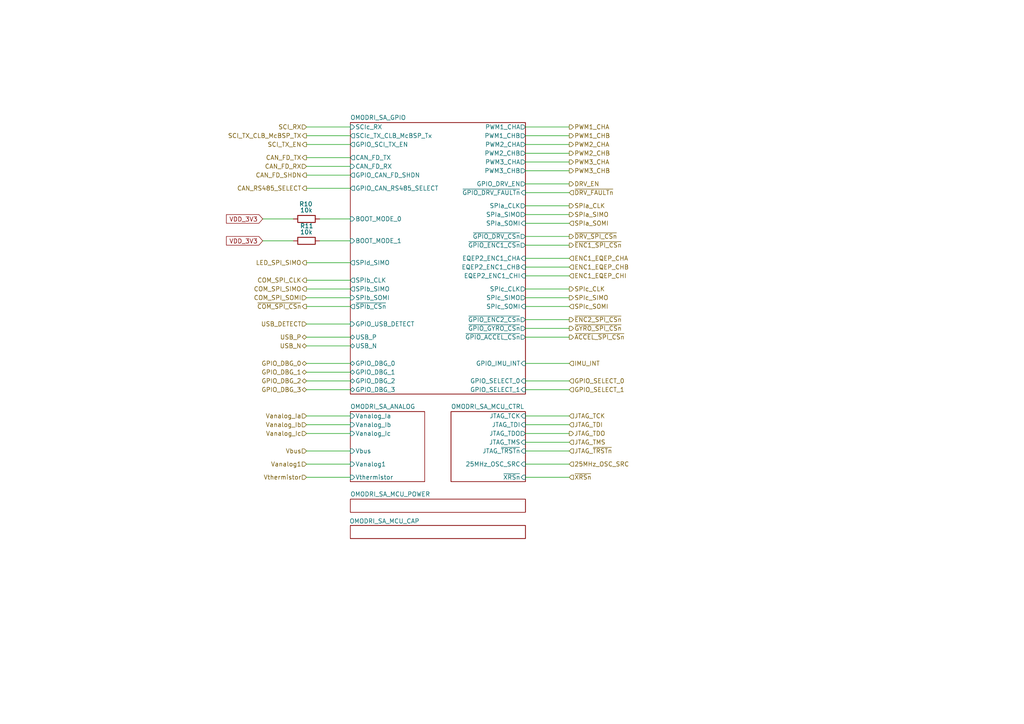
<source format=kicad_sch>
(kicad_sch (version 20231120) (generator "eeschema") (generator_version "8.0")
  (paper "A4")
  (title_block (title "Open MOtor DRiver Initiative  - Single Axis (OMODRI_SA)") (date "2025-03-07") (rev "1.0") (company "LAAS/CNRS"))
  (lib_symbols
    (symbol "Device:R" (pin_numbers hide) (pin_names (offset 0))
      (property "Reference" "R" (at 2.032 0 90))
      (property "Value" "R" (at 0 0 90))
      (symbol "R_0_1"
        (rectangle (start -1.016 -2.54) (end 1.016 2.54) (stroke (width 0.254)))
      )
      (symbol "R_1_1"
        (pin passive line (at 0 3.81 270) (length 1.27) (name "~") (number "1"))
        (pin passive line (at 0 -3.81 90) (length 1.27) (name "~") (number "2"))
      )
    )
  )
  (wire (pts (xy 152.4 110.49) (xy 165.1 110.49)))
  (wire (pts (xy 152.4 97.79) (xy 165.1 97.79)))
  (wire (pts (xy 88.9 45.72) (xy 101.6 45.72)))
  (wire (pts (xy 88.9 93.98) (xy 101.6 93.98)))
  (wire (pts (xy 152.4 71.12) (xy 165.1 71.12)))
  (wire (pts (xy 165.1 138.43) (xy 152.4 138.43)))
  (wire (pts (xy 152.4 53.34) (xy 165.1 53.34)))
  (wire (pts (xy 152.4 105.41) (xy 165.1 105.41)))
  (wire (pts (xy 88.9 36.83) (xy 101.6 36.83)))
  (wire (pts (xy 88.9 48.26) (xy 101.6 48.26)))
  (wire (pts (xy 152.4 62.23) (xy 165.1 62.23)))
  (wire (pts (xy 152.4 64.77) (xy 165.1 64.77)))
  (wire (pts (xy 165.1 128.27) (xy 152.4 128.27)))
  (wire (pts (xy 152.4 74.93) (xy 165.1 74.93)))
  (wire (pts (xy 152.4 77.47) (xy 165.1 77.47)))
  (wire (pts (xy 165.1 125.73) (xy 152.4 125.73)))
  (wire (pts (xy 101.6 125.73) (xy 88.9 125.73)))
  (wire (pts (xy 88.9 54.61) (xy 101.6 54.61)))
  (wire (pts (xy 88.9 88.9) (xy 101.6 88.9)))
  (wire (pts (xy 88.9 39.37) (xy 101.6 39.37)))
  (wire (pts (xy 92.71 63.5) (xy 101.6 63.5)))
  (wire (pts (xy 165.1 123.19) (xy 152.4 123.19)))
  (wire (pts (xy 88.9 97.79) (xy 101.6 97.79)))
  (wire (pts (xy 152.4 55.88) (xy 165.1 55.88)))
  (wire (pts (xy 101.6 120.65) (xy 88.9 120.65)))
  (wire (pts (xy 92.71 69.85) (xy 101.6 69.85)))
  (wire (pts (xy 88.9 110.49) (xy 101.6 110.49)))
  (wire (pts (xy 88.9 134.62) (xy 101.6 134.62)))
  (wire (pts (xy 165.1 120.65) (xy 152.4 120.65)))
  (wire (pts (xy 76.2 63.5) (xy 85.09 63.5)))
  (wire (pts (xy 152.4 86.36) (xy 165.1 86.36)))
  (wire (pts (xy 152.4 41.91) (xy 165.1 41.91)))
  (wire (pts (xy 88.9 138.43) (xy 101.6 138.43)))
  (wire (pts (xy 165.1 134.62) (xy 152.4 134.62)))
  (wire (pts (xy 88.9 105.41) (xy 101.6 105.41)))
  (wire (pts (xy 76.2 69.85) (xy 85.09 69.85)))
  (wire (pts (xy 152.4 49.53) (xy 165.1 49.53)))
  (wire (pts (xy 88.9 83.82) (xy 101.6 83.82)))
  (wire (pts (xy 152.4 113.03) (xy 165.1 113.03)))
  (wire (pts (xy 152.4 44.45) (xy 165.1 44.45)))
  (wire (pts (xy 152.4 68.58) (xy 165.1 68.58)))
  (wire (pts (xy 88.9 81.28) (xy 101.6 81.28)))
  (wire (pts (xy 152.4 83.82) (xy 165.1 83.82)))
  (wire (pts (xy 88.9 76.2) (xy 101.6 76.2)))
  (wire (pts (xy 88.9 50.8) (xy 101.6 50.8)))
  (wire (pts (xy 165.1 130.81) (xy 152.4 130.81)))
  (wire (pts (xy 152.4 95.25) (xy 165.1 95.25)))
  (wire (pts (xy 152.4 39.37) (xy 165.1 39.37)))
  (wire (pts (xy 88.9 41.91) (xy 101.6 41.91)))
  (wire (pts (xy 152.4 88.9) (xy 165.1 88.9)))
  (wire (pts (xy 88.9 100.33) (xy 101.6 100.33)))
  (wire (pts (xy 88.9 113.03) (xy 101.6 113.03)))
  (wire (pts (xy 88.9 123.19) (xy 101.6 123.19)))
  (wire (pts (xy 88.9 86.36) (xy 101.6 86.36)))
  (wire (pts (xy 152.4 46.99) (xy 165.1 46.99)))
  (wire (pts (xy 88.9 107.95) (xy 101.6 107.95)))
  (wire (pts (xy 152.4 59.69) (xy 165.1 59.69)))
  (wire (pts (xy 152.4 36.83) (xy 165.1 36.83)))
  (wire (pts (xy 152.4 80.01) (xy 165.1 80.01)))
  (wire (pts (xy 152.4 92.71) (xy 165.1 92.71)))
  (wire (pts (xy 101.6 130.81) (xy 88.9 130.81)))
  (global_label "VDD_3V3" (shape input) (at 76.2 69.85 180) (property "Intersheetrefs" "${INTERSHEET_REFS}" (effects (hide yes))) (property "Références Inter-Feuilles" "${INTERSHEET_REFS}" (effects (hide yes))))
  (global_label "VDD_3V3" (shape input) (at 76.2 63.5 180) (property "Intersheetrefs" "${INTERSHEET_REFS}" (effects (hide yes))) (property "Références Inter-Feuilles" "${INTERSHEET_REFS}" (effects (hide yes))))
  (hierarchical_label "SPIa_CLK" (shape output) (at 165.1 59.69 0))
  (hierarchical_label "25MHz_OSC_SRC" (shape input) (at 165.1 134.62 0))
  (hierarchical_label "COM_SPI_CLK" (shape output) (at 88.9 81.28 180))
  (hierarchical_label "GPIO_SELECT_1" (shape input) (at 165.1 113.03 0))
  (hierarchical_label "~{COM_SPI_CSn}" (shape output) (at 88.9 88.9 180))
  (hierarchical_label "SPIc_SOMI" (shape input) (at 165.1 88.9 0))
  (hierarchical_label "JTAG_TCK" (shape input) (at 165.1 120.65 0))
  (hierarchical_label "GPIO_DBG_3" (shape bidirectional) (at 88.9 113.03 180))
  (hierarchical_label "PWM1_CHA" (shape output) (at 165.1 36.83 0))
  (hierarchical_label "JTAG_TDO" (shape output) (at 165.1 125.73 0))
  (hierarchical_label "Vanalog_Ia" (shape input) (at 88.9 120.65 180))
  (hierarchical_label "~{XRSn}" (shape input) (at 165.1 138.43 0))
  (hierarchical_label "ENC1_EQEP_CHA" (shape input) (at 165.1 74.93 0))
  (hierarchical_label "Vanalog_Ib" (shape input) (at 88.9 123.19 180))
  (hierarchical_label "SCI_RX" (shape input) (at 88.9 36.83 180))
  (hierarchical_label "PWM3_CHA" (shape output) (at 165.1 46.99 0))
  (hierarchical_label "CAN_FD_RX" (shape input) (at 88.9 48.26 180))
  (hierarchical_label "SPIa_SOMI" (shape input) (at 165.1 64.77 0))
  (hierarchical_label "SPIa_SIMO" (shape output) (at 165.1 62.23 0))
  (hierarchical_label "Vanalog1" (shape input) (at 88.9 134.62 180))
  (hierarchical_label "PWM3_CHB" (shape output) (at 165.1 49.53 0))
  (hierarchical_label "GPIO_DBG_1" (shape bidirectional) (at 88.9 107.95 180))
  (hierarchical_label "Vanalog_Ic" (shape input) (at 88.9 125.73 180))
  (hierarchical_label "USB_DETECT" (shape input) (at 88.9 93.98 180))
  (hierarchical_label "Vthermistor" (shape input) (at 88.9 138.43 180))
  (hierarchical_label "~{ENC2_SPI_CSn}" (shape output) (at 165.1 92.71 0))
  (hierarchical_label "JTAG_TMS" (shape input) (at 165.1 128.27 0))
  (hierarchical_label "~{GYRO_SPI_CSn}" (shape output) (at 165.1 95.25 0))
  (hierarchical_label "~{DRV_FAULTn}" (shape input) (at 165.1 55.88 0))
  (hierarchical_label "ENC1_EQEP_CHI" (shape input) (at 165.1 80.01 0))
  (hierarchical_label "IMU_INT" (shape input) (at 165.1 105.41 0))
  (hierarchical_label "GPIO_DBG_2" (shape bidirectional) (at 88.9 110.49 180))
  (hierarchical_label "USB_P" (shape bidirectional) (at 88.9 97.79 180))
  (hierarchical_label "SPIc_CLK" (shape output) (at 165.1 83.82 0))
  (hierarchical_label "SCI_TX_CLB_McBSP_TX" (shape output) (at 88.9 39.37 180))
  (hierarchical_label "LED_SPI_SIMO" (shape output) (at 88.9 76.2 180))
  (hierarchical_label "Vbus" (shape input) (at 88.9 130.81 180))
  (hierarchical_label "JTAG_~{TRSTn}" (shape input) (at 165.1 130.81 0))
  (hierarchical_label "USB_N" (shape bidirectional) (at 88.9 100.33 180))
  (hierarchical_label "~{ACCEL_SPI_CSn}" (shape output) (at 165.1 97.79 0))
  (hierarchical_label "CAN_FD_SHDN" (shape output) (at 88.9 50.8 180))
  (hierarchical_label "~{DRV_SPI_CSn}" (shape output) (at 165.1 68.58 0))
  (hierarchical_label "COM_SPI_SIMO" (shape output) (at 88.9 83.82 180))
  (hierarchical_label "ENC1_EQEP_CHB" (shape input) (at 165.1 77.47 0))
  (hierarchical_label "PWM1_CHB" (shape output) (at 165.1 39.37 0))
  (hierarchical_label "GPIO_SELECT_0" (shape input) (at 165.1 110.49 0))
  (hierarchical_label "CAN_FD_TX" (shape output) (at 88.9 45.72 180))
  (hierarchical_label "GPIO_DBG_0" (shape bidirectional) (at 88.9 105.41 180))
  (hierarchical_label "SPIc_SIMO" (shape output) (at 165.1 86.36 0))
  (hierarchical_label "JTAG_TDI" (shape input) (at 165.1 123.19 0))
  (hierarchical_label "PWM2_CHB" (shape output) (at 165.1 44.45 0))
  (hierarchical_label "CAN_RS485_SELECT" (shape output) (at 88.9 54.61 180))
  (hierarchical_label "DRV_EN" (shape output) (at 165.1 53.34 0))
  (hierarchical_label "~{ENC1_SPI_CSn}" (shape output) (at 165.1 71.12 0))
  (hierarchical_label "PWM2_CHA" (shape output) (at 165.1 41.91 0))
  (hierarchical_label "SCI_TX_EN" (shape output) (at 88.9 41.91 180))
  (hierarchical_label "COM_SPI_SOMI" (shape input) (at 88.9 86.36 180))
  (symbol (lib_id "Device:R") (at 88.9 69.85 90) (unit 1)
    (property "Reference" "R11" (at 90.932 65.532 90) (effects (justify left)))
    (property "Value" "10k" (at 90.678 67.31 90) (effects (justify left)))
    (property "Footprint" "Resistor_SMD:R_0201_0603Metric" (effects (hide yes)))
    (property "Datasheet" "https://industrial.panasonic.com/sa/products/pt/general-purpose-chip-resistors/models/ERJ1GNF1002C" (effects (hide yes)))
    (property "Description" "0201, 10kΩ, 0.05W, ±1%, SMD  resistor" (effects (hide yes)))
    (property "DigiKey" "P122414CT-ND" (effects (hide yes)))
    (property "Farnell" "2302362" (effects (hide yes)))
    (property "Mouser" "667-ERJ-1GNF1002C" (effects (hide yes)))
    (property "Part No" "ERJ1GNF1002C" (effects (hide yes)))
    (property "RS" "176-3597" (effects (hide yes)))
    (property "LCSC" "C717002" (effects (hide yes)))
    (property "Manufacturer" "PANASONIC" (effects (hide yes)))
    (property "Assembling" "SMD" (effects (hide yes)))
  )
  (symbol (lib_id "Device:R") (at 88.9 63.5 90) (unit 1)
    (property "Reference" "R10" (at 90.678 59.182 90) (effects (justify left)))
    (property "Value" "10k" (at 90.678 60.96 90) (effects (justify left)))
    (property "Footprint" "Resistor_SMD:R_0201_0603Metric" (effects (hide yes)))
    (property "Datasheet" "https://industrial.panasonic.com/sa/products/pt/general-purpose-chip-resistors/models/ERJ1GNF1002C" (effects (hide yes)))
    (property "Description" "0201, 10kΩ, 0.05W, ±1%, SMD  resistor" (effects (hide yes)))
    (property "DigiKey" "P122414CT-ND" (effects (hide yes)))
    (property "Farnell" "2302362" (effects (hide yes)))
    (property "Mouser" "667-ERJ-1GNF1002C" (effects (hide yes)))
    (property "Part No" "ERJ1GNF1002C" (effects (hide yes)))
    (property "RS" "176-3597" (effects (hide yes)))
    (property "LCSC" "C717002" (effects (hide yes)))
    (property "Manufacturer" "PANASONIC" (effects (hide yes)))
    (property "Assembling" "SMD" (effects (hide yes)))
  )
  (sheet (at 130.81 119.38) (size 21.59 20.32) (stroke (width 0.1524))
    (property "Sheetname" "OMODRI_SA_MCU_CTRL" (at 130.81 118.6684 0) (effects (justify left bottom)))
    (property "Sheetfile" "OMODRI_mcu_ctrl.kicad_sch" (effects (hide yes)))
    (pin "JTAG_TMS" input (at 152.4 128.27 0))
    (pin "JTAG_TCK" input (at 152.4 120.65 0))
    (pin "JTAG_TDO" output (at 152.4 125.73 0))
    (pin "JTAG_~{TRSTn}" input (at 152.4 130.81 0))
    (pin "JTAG_TDI" input (at 152.4 123.19 0))
    (pin "25MHz_OSC_SRC" input (at 152.4 134.62 0))
    (pin "~{XRSn}" input (at 152.4 138.43 0))
  )
  (sheet (at 101.6 152.4) (size 50.8 3.81)
    (property "Sheetname" "OMODRI_SA_MCU_CAP" (at 101.346 151.892 0) (effects (justify left bottom)))
    (property "Sheetfile" "TMS320_Bypass_Cap.kicad_sch" (effects (hide yes)))
  )
  (sheet (at 101.6 119.38) (size 21.59 20.32)
    (property "Sheetname" "OMODRI_SA_ANALOG" (at 101.6 118.6684 0) (effects (justify left bottom)))
    (property "Sheetfile" "OMODRI_ANALOG.kicad_sch" (effects (hide yes)))
    (pin "Vthermistor" input (at 101.6 138.43 180))
    (pin "Vanalog_Ia" input (at 101.6 120.65 180))
    (pin "Vanalog_Ib" input (at 101.6 123.19 180))
    (pin "Vanalog_Ic" input (at 101.6 125.73 180))
    (pin "Vbus" input (at 101.6 130.81 180))
    (pin "Vanalog1" input (at 101.6 134.62 180))
  )
  (sheet (at 101.6 144.78) (size 50.8 3.81) (stroke (width 0.1524))
    (property "Sheetname" "OMODRI_SA_MCU_POWER" (at 101.6 144.0684 0) (effects (justify left bottom)))
    (property "Sheetfile" "OMODRI_mcu_power.kicad_sch" (effects (hide yes)))
  )
  (sheet (at 101.6 35.56) (size 50.8 78.74)
    (property "Sheetname" "OMODRI_SA_GPIO" (at 101.6 34.8484 0) (effects (justify left bottom)))
    (property "Sheetfile" "OMODRI_GPIO.kicad_sch" (effects (hide yes)))
    (pin "USB_N" bidirectional (at 101.6 100.33 180))
    (pin "USB_P" bidirectional (at 101.6 97.79 180))
    (pin "GPIO_SELECT_0" input (at 152.4 110.49 0))
    (pin "GPIO_SELECT_1" input (at 152.4 113.03 0))
    (pin "CAN_FD_TX" output (at 101.6 45.72 180))
    (pin "CAN_FD_RX" input (at 101.6 48.26 180))
    (pin "BOOT_MODE_1" input (at 101.6 69.85 180))
    (pin "BOOT_MODE_0" input (at 101.6 63.5 180))
    (pin "PWM1_CHA" output (at 152.4 36.83 0))
    (pin "PWM2_CHB" output (at 152.4 44.45 0))
    (pin "PWM2_CHA" output (at 152.4 41.91 0))
    (pin "PWM1_CHB" output (at 152.4 39.37 0))
    (pin "PWM3_CHA" output (at 152.4 46.99 0))
    (pin "PWM3_CHB" output (at 152.4 49.53 0))
    (pin "SPIa_SIMO" output (at 152.4 62.23 0))
    (pin "SPIa_SOMI" input (at 152.4 64.77 0))
    (pin "SPIa_CLK" output (at 152.4 59.69 0))
    (pin "SPIc_SOMI" input (at 152.4 88.9 0))
    (pin "SPIc_SIMO" output (at 152.4 86.36 0))
    (pin "SPIc_CLK" output (at 152.4 83.82 0))
    (pin "SPIb_SIMO" output (at 101.6 83.82 180))
    (pin "SPIb_CLK" output (at 101.6 81.28 180))
    (pin "~{SPIb_CSn}" output (at 101.6 88.9 180))
    (pin "SPIb_SOMI" input (at 101.6 86.36 180))
    (pin "SCIc_RX" input (at 101.6 36.83 180))
    (pin "~{GPIO_ENC2_CSn}" output (at 152.4 92.71 0))
    (pin "~{GPIO_ENC1_CSn}" output (at 152.4 71.12 0))
    (pin "~{GPIO_ACCEL_CSn}" output (at 152.4 97.79 0))
    (pin "GPIO_IMU_INT" input (at 152.4 105.41 0))
    (pin "~{GPIO_DRV_CSn}" output (at 152.4 68.58 0))
    (pin "SPId_SIMO" output (at 101.6 76.2 180))
    (pin "~{GPIO_DRV_FAULTn}" input (at 152.4 55.88 0))
    (pin "EQEP2_ENC1_CHB" input (at 152.4 77.47 0))
    (pin "EQEP2_ENC1_CHA" input (at 152.4 74.93 0))
    (pin "EQEP2_ENC1_CHI" input (at 152.4 80.01 0))
    (pin "GPIO_CAN_RS485_SELECT" output (at 101.6 54.61 180))
    (pin "GPIO_CAN_FD_SHDN" output (at 101.6 50.8 180))
    (pin "~{GPIO_GYRO_CSn}" output (at 152.4 95.25 0))
    (pin "GPIO_USB_DETECT" input (at 101.6 93.98 180))
    (pin "GPIO_DRV_EN" output (at 152.4 53.34 0))
    (pin "GPIO_DBG_0" bidirectional (at 101.6 105.41 180))
    (pin "GPIO_DBG_3" bidirectional (at 101.6 113.03 180))
    (pin "GPIO_DBG_2" bidirectional (at 101.6 110.49 180))
    (pin "GPIO_DBG_1" bidirectional (at 101.6 107.95 180))
    (pin "GPIO_SCI_TX_EN" output (at 101.6 41.91 180))
    (pin "SCIc_TX_CLB_McBSP_Tx" output (at 101.6 39.37 180))
  )
)
</source>
